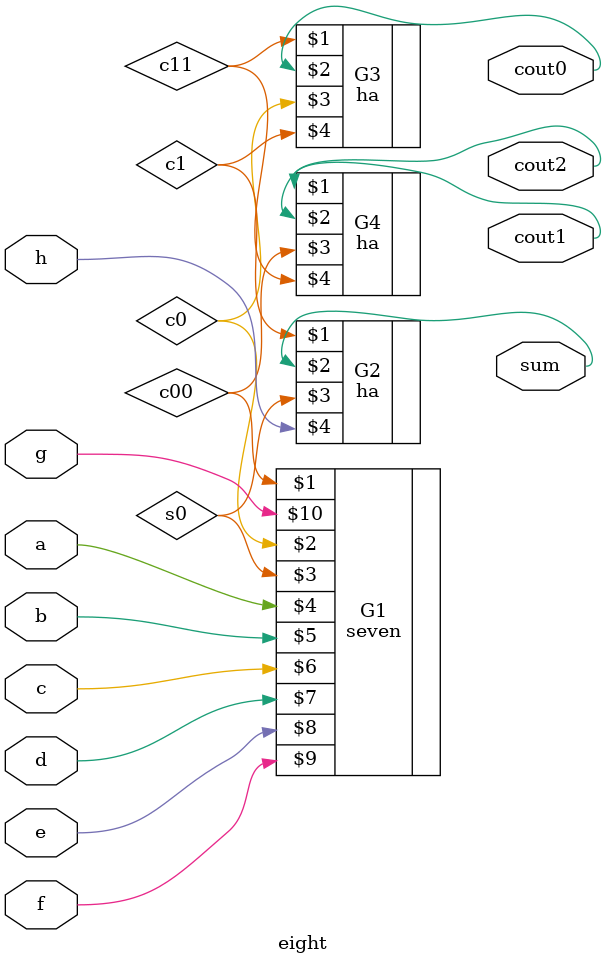
<source format=v>
module eight(cout2,cout1,cout0,sum,a,b,c,d,e,f,g,h);
input a,b,c,d,e,f,g,h;
output cout2,cout1,cout0,sum;

wire c00,c0,c1,sum,c11,cout0,cout2,cout1;

seven G1 (c00,c0,s0,a,b,c,d,e,f,g);
ha G2 (c1,sum,s0,h);
ha G3 (c11,cout0,c0,c1);
ha G4 (cout2,cout1,c00,c11);

endmodule
</source>
